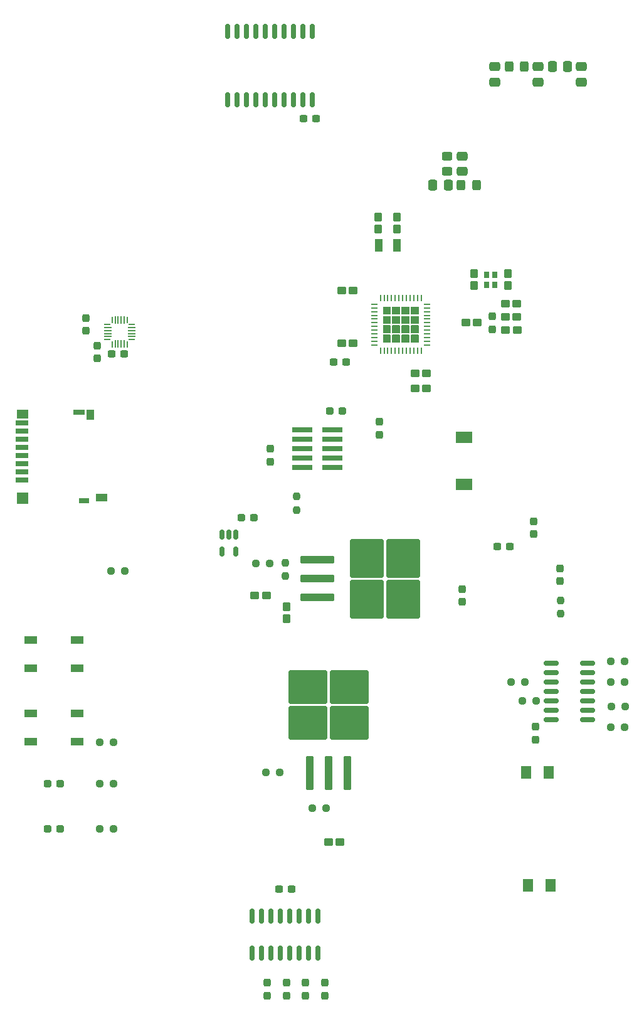
<source format=gbr>
%TF.GenerationSoftware,KiCad,Pcbnew,8.0.1*%
%TF.CreationDate,2024-04-14T16:22:20-07:00*%
%TF.ProjectId,ee110_alpha_board,65653131-305f-4616-9c70-68615f626f61,0.1*%
%TF.SameCoordinates,Original*%
%TF.FileFunction,Paste,Top*%
%TF.FilePolarity,Positive*%
%FSLAX46Y46*%
G04 Gerber Fmt 4.6, Leading zero omitted, Abs format (unit mm)*
G04 Created by KiCad (PCBNEW 8.0.1) date 2024-04-14 16:22:20*
%MOMM*%
%LPD*%
G01*
G04 APERTURE LIST*
G04 Aperture macros list*
%AMRoundRect*
0 Rectangle with rounded corners*
0 $1 Rounding radius*
0 $2 $3 $4 $5 $6 $7 $8 $9 X,Y pos of 4 corners*
0 Add a 4 corners polygon primitive as box body*
4,1,4,$2,$3,$4,$5,$6,$7,$8,$9,$2,$3,0*
0 Add four circle primitives for the rounded corners*
1,1,$1+$1,$2,$3*
1,1,$1+$1,$4,$5*
1,1,$1+$1,$6,$7*
1,1,$1+$1,$8,$9*
0 Add four rect primitives between the rounded corners*
20,1,$1+$1,$2,$3,$4,$5,0*
20,1,$1+$1,$4,$5,$6,$7,0*
20,1,$1+$1,$6,$7,$8,$9,0*
20,1,$1+$1,$8,$9,$2,$3,0*%
G04 Aperture macros list end*
%ADD10C,0.000000*%
%ADD11RoundRect,0.150000X0.825000X0.150000X-0.825000X0.150000X-0.825000X-0.150000X0.825000X-0.150000X0*%
%ADD12RoundRect,0.250000X-0.475000X0.337500X-0.475000X-0.337500X0.475000X-0.337500X0.475000X0.337500X0*%
%ADD13RoundRect,0.237500X-0.250000X-0.237500X0.250000X-0.237500X0.250000X0.237500X-0.250000X0.237500X0*%
%ADD14RoundRect,0.250001X0.462499X0.624999X-0.462499X0.624999X-0.462499X-0.624999X0.462499X-0.624999X0*%
%ADD15RoundRect,0.250000X0.375000X0.275000X-0.375000X0.275000X-0.375000X-0.275000X0.375000X-0.275000X0*%
%ADD16RoundRect,0.237500X-0.237500X0.300000X-0.237500X-0.300000X0.237500X-0.300000X0.237500X0.300000X0*%
%ADD17RoundRect,0.250000X-0.275000X0.375000X-0.275000X-0.375000X0.275000X-0.375000X0.275000X0.375000X0*%
%ADD18RoundRect,0.237500X-0.300000X-0.237500X0.300000X-0.237500X0.300000X0.237500X-0.300000X0.237500X0*%
%ADD19RoundRect,0.050000X-0.050000X0.400000X-0.050000X-0.400000X0.050000X-0.400000X0.050000X0.400000X0*%
%ADD20RoundRect,0.050000X-0.050000X0.437500X-0.050000X-0.437500X0.050000X-0.437500X0.050000X0.437500X0*%
%ADD21RoundRect,0.050000X-0.400000X-0.050000X0.400000X-0.050000X0.400000X0.050000X-0.400000X0.050000X0*%
%ADD22RoundRect,0.050000X-0.437500X0.050000X-0.437500X-0.050000X0.437500X-0.050000X0.437500X0.050000X0*%
%ADD23RoundRect,0.150000X-0.150000X0.850000X-0.150000X-0.850000X0.150000X-0.850000X0.150000X0.850000X0*%
%ADD24RoundRect,0.250000X0.275000X-0.375000X0.275000X0.375000X-0.275000X0.375000X-0.275000X-0.375000X0*%
%ADD25RoundRect,0.237500X-0.237500X0.287500X-0.237500X-0.287500X0.237500X-0.287500X0.237500X0.287500X0*%
%ADD26RoundRect,0.250000X-0.375000X-0.275000X0.375000X-0.275000X0.375000X0.275000X-0.375000X0.275000X0*%
%ADD27RoundRect,0.250000X-0.337500X-0.475000X0.337500X-0.475000X0.337500X0.475000X-0.337500X0.475000X0*%
%ADD28R,2.794000X0.762000*%
%ADD29R,0.800000X0.900000*%
%ADD30RoundRect,0.250000X0.450000X-0.325000X0.450000X0.325000X-0.450000X0.325000X-0.450000X-0.325000X0*%
%ADD31RoundRect,0.237500X0.237500X-0.287500X0.237500X0.287500X-0.237500X0.287500X-0.237500X-0.287500X0*%
%ADD32RoundRect,0.250000X-0.325000X-0.450000X0.325000X-0.450000X0.325000X0.450000X-0.325000X0.450000X0*%
%ADD33RoundRect,0.250000X-2.050000X-0.300000X2.050000X-0.300000X2.050000X0.300000X-2.050000X0.300000X0*%
%ADD34RoundRect,0.250000X-2.025000X-2.375000X2.025000X-2.375000X2.025000X2.375000X-2.025000X2.375000X0*%
%ADD35R,1.700000X1.000000*%
%ADD36RoundRect,0.237500X0.237500X-0.300000X0.237500X0.300000X-0.237500X0.300000X-0.237500X-0.300000X0*%
%ADD37RoundRect,0.250000X0.325000X0.450000X-0.325000X0.450000X-0.325000X-0.450000X0.325000X-0.450000X0*%
%ADD38RoundRect,0.237500X0.250000X0.237500X-0.250000X0.237500X-0.250000X-0.237500X0.250000X-0.237500X0*%
%ADD39RoundRect,0.237500X0.237500X-0.250000X0.237500X0.250000X-0.237500X0.250000X-0.237500X-0.250000X0*%
%ADD40RoundRect,0.237500X-0.287500X-0.237500X0.287500X-0.237500X0.287500X0.237500X-0.287500X0.237500X0*%
%ADD41R,0.240000X0.899998*%
%ADD42R,0.899998X0.240000*%
%ADD43R,1.000000X1.800000*%
%ADD44RoundRect,0.237500X0.300000X0.237500X-0.300000X0.237500X-0.300000X-0.237500X0.300000X-0.237500X0*%
%ADD45RoundRect,0.150000X-0.150000X0.825000X-0.150000X-0.825000X0.150000X-0.825000X0.150000X0.825000X0*%
%ADD46RoundRect,0.237500X-0.237500X0.250000X-0.237500X-0.250000X0.237500X-0.250000X0.237500X0.250000X0*%
%ADD47RoundRect,0.250000X0.337500X0.475000X-0.337500X0.475000X-0.337500X-0.475000X0.337500X-0.475000X0*%
%ADD48RoundRect,0.237500X0.287500X0.237500X-0.287500X0.237500X-0.287500X-0.237500X0.287500X-0.237500X0*%
%ADD49R,1.750000X0.700000*%
%ADD50R,1.000000X1.450000*%
%ADD51R,1.550000X1.000000*%
%ADD52R,1.500000X0.800000*%
%ADD53R,1.500000X1.300000*%
%ADD54R,1.500000X1.500000*%
%ADD55R,1.400000X0.800000*%
%ADD56RoundRect,0.250000X0.300000X-2.050000X0.300000X2.050000X-0.300000X2.050000X-0.300000X-2.050000X0*%
%ADD57RoundRect,0.250000X2.375000X-2.025000X2.375000X2.025000X-2.375000X2.025000X-2.375000X-2.025000X0*%
%ADD58RoundRect,0.250000X0.475000X-0.337500X0.475000X0.337500X-0.475000X0.337500X-0.475000X-0.337500X0*%
%ADD59R,2.200000X1.500000*%
%ADD60RoundRect,0.150000X-0.150000X0.512500X-0.150000X-0.512500X0.150000X-0.512500X0.150000X0.512500X0*%
G04 APERTURE END LIST*
D10*
%TO.C,U4*%
G36*
X93988001Y-83990000D02*
G01*
X93988001Y-84950000D01*
X93938001Y-85000000D01*
X92978001Y-85000000D01*
X92928001Y-84950000D01*
X92928001Y-83990000D01*
X92978001Y-83940000D01*
X93938001Y-83940000D01*
X93988001Y-83990000D01*
G37*
G36*
X93988001Y-85250000D02*
G01*
X93988001Y-86210000D01*
X93938001Y-86260000D01*
X92978001Y-86260000D01*
X92928001Y-86210000D01*
X92928001Y-85250000D01*
X92978001Y-85200000D01*
X93938001Y-85200000D01*
X93988001Y-85250000D01*
G37*
G36*
X93988001Y-86510000D02*
G01*
X93988001Y-87470000D01*
X93938001Y-87520000D01*
X92978001Y-87520000D01*
X92928001Y-87470000D01*
X92928001Y-86510000D01*
X92978001Y-86460000D01*
X93938001Y-86460000D01*
X93988001Y-86510000D01*
G37*
G36*
X93988001Y-87770000D02*
G01*
X93988001Y-88730000D01*
X93938001Y-88780000D01*
X92978001Y-88780000D01*
X92928001Y-88730000D01*
X92928001Y-87770000D01*
X92978001Y-87720000D01*
X93938001Y-87720000D01*
X93988001Y-87770000D01*
G37*
G36*
X95248001Y-83990000D02*
G01*
X95248001Y-84950000D01*
X95198001Y-85000000D01*
X94238001Y-85000000D01*
X94188001Y-84950000D01*
X94188001Y-83990000D01*
X94238001Y-83940000D01*
X95198001Y-83940000D01*
X95248001Y-83990000D01*
G37*
G36*
X95248001Y-85250000D02*
G01*
X95248001Y-86210000D01*
X95198001Y-86260000D01*
X94238001Y-86260000D01*
X94188001Y-86210000D01*
X94188001Y-85250000D01*
X94238001Y-85200000D01*
X95198001Y-85200000D01*
X95248001Y-85250000D01*
G37*
G36*
X95248001Y-86510000D02*
G01*
X95248001Y-87470000D01*
X95198001Y-87520000D01*
X94238001Y-87520000D01*
X94188001Y-87470000D01*
X94188001Y-86510000D01*
X94238001Y-86460000D01*
X95198001Y-86460000D01*
X95248001Y-86510000D01*
G37*
G36*
X95248001Y-87770000D02*
G01*
X95248001Y-88730000D01*
X95198001Y-88780000D01*
X94238001Y-88780000D01*
X94188001Y-88730000D01*
X94188001Y-87770000D01*
X94238001Y-87720000D01*
X95198001Y-87720000D01*
X95248001Y-87770000D01*
G37*
G36*
X96508001Y-83990000D02*
G01*
X96508001Y-84950000D01*
X96458001Y-85000000D01*
X95498001Y-85000000D01*
X95448001Y-84950000D01*
X95448001Y-83990000D01*
X95498001Y-83940000D01*
X96458001Y-83940000D01*
X96508001Y-83990000D01*
G37*
G36*
X96508001Y-85250000D02*
G01*
X96508001Y-86210000D01*
X96458001Y-86260000D01*
X95498001Y-86260000D01*
X95448001Y-86210000D01*
X95448001Y-85250000D01*
X95498001Y-85200000D01*
X96458001Y-85200000D01*
X96508001Y-85250000D01*
G37*
G36*
X96508001Y-86510000D02*
G01*
X96508001Y-87470000D01*
X96458001Y-87520000D01*
X95498001Y-87520000D01*
X95448001Y-87470000D01*
X95448001Y-86510000D01*
X95498001Y-86460000D01*
X96458001Y-86460000D01*
X96508001Y-86510000D01*
G37*
G36*
X96508001Y-87770000D02*
G01*
X96508001Y-88730000D01*
X96458001Y-88780000D01*
X95498001Y-88780000D01*
X95448001Y-88730000D01*
X95448001Y-87770000D01*
X95498001Y-87720000D01*
X96458001Y-87720000D01*
X96508001Y-87770000D01*
G37*
G36*
X97768001Y-83990000D02*
G01*
X97768001Y-84950000D01*
X97718001Y-85000000D01*
X96758001Y-85000000D01*
X96708001Y-84950000D01*
X96708001Y-83990000D01*
X96758001Y-83940000D01*
X97718001Y-83940000D01*
X97768001Y-83990000D01*
G37*
G36*
X97768001Y-85250000D02*
G01*
X97768001Y-86210000D01*
X97718001Y-86260000D01*
X96758001Y-86260000D01*
X96708001Y-86210000D01*
X96708001Y-85250000D01*
X96758001Y-85200000D01*
X97718001Y-85200000D01*
X97768001Y-85250000D01*
G37*
G36*
X97768001Y-86510000D02*
G01*
X97768001Y-87470000D01*
X97718001Y-87520000D01*
X96758001Y-87520000D01*
X96708001Y-87470000D01*
X96708001Y-86510000D01*
X96758001Y-86460000D01*
X97718001Y-86460000D01*
X97768001Y-86510000D01*
G37*
G36*
X97768001Y-87770000D02*
G01*
X97768001Y-88730000D01*
X97718001Y-88780000D01*
X96758001Y-88780000D01*
X96708001Y-88730000D01*
X96708001Y-87770000D01*
X96758001Y-87720000D01*
X97718001Y-87720000D01*
X97768001Y-87770000D01*
G37*
%TD*%
D11*
%TO.C,U8*%
X120585000Y-139700000D03*
X120585000Y-138430000D03*
X120585000Y-137160000D03*
X120585000Y-135890000D03*
X120585000Y-134620000D03*
X120585000Y-133350000D03*
X120585000Y-132080000D03*
X115635000Y-132080000D03*
X115635000Y-133350000D03*
X115635000Y-134620000D03*
X115635000Y-135890000D03*
X115635000Y-137160000D03*
X115635000Y-138430000D03*
X115635000Y-139700000D03*
%TD*%
D12*
%TO.C,C17*%
X108077000Y-51540500D03*
X108077000Y-53615500D03*
%TD*%
D13*
%TO.C,R10*%
X110262000Y-134632500D03*
X112087000Y-134632500D03*
%TD*%
%TO.C,R15*%
X123787000Y-137934500D03*
X125612000Y-137934500D03*
%TD*%
D14*
%TO.C,D10*%
X115279500Y-146812000D03*
X112304500Y-146812000D03*
%TD*%
D15*
%TO.C,C1*%
X87160000Y-156210000D03*
X85560000Y-156210000D03*
%TD*%
D16*
%TO.C,C28*%
X52832000Y-85497500D03*
X52832000Y-87222500D03*
%TD*%
D17*
%TO.C,C12*%
X105262500Y-79486500D03*
X105262500Y-81086500D03*
%TD*%
D18*
%TO.C,C23*%
X108357500Y-116345000D03*
X110082500Y-116345000D03*
%TD*%
D19*
%TO.C,U9*%
X58380000Y-85726000D03*
D20*
X57980000Y-85763500D03*
X57580000Y-85763500D03*
X57180000Y-85763500D03*
X56780000Y-85763500D03*
D19*
X56380000Y-85726000D03*
D21*
X55730000Y-86376000D03*
D22*
X55767500Y-86776000D03*
X55767500Y-87176000D03*
X55767500Y-87576000D03*
X55767500Y-87976000D03*
D21*
X55730000Y-88376000D03*
D19*
X56380000Y-89026000D03*
D20*
X56780000Y-88988500D03*
X57180000Y-88988500D03*
X57580000Y-88988500D03*
X57980000Y-88988500D03*
D19*
X58380000Y-89026000D03*
D21*
X59030000Y-88376000D03*
D22*
X58992500Y-87976000D03*
X58992500Y-87576000D03*
X58992500Y-87176000D03*
X58992500Y-86776000D03*
D21*
X59030000Y-86376000D03*
%TD*%
D23*
%TO.C,U6*%
X83439000Y-46810000D03*
X82169000Y-46810000D03*
X80899000Y-46810000D03*
X79629000Y-46810000D03*
X78359000Y-46810000D03*
X77089000Y-46810000D03*
X75819000Y-46810000D03*
X74549000Y-46810000D03*
X73279000Y-46810000D03*
X72009000Y-46810000D03*
X72009000Y-56060000D03*
X73279000Y-56060000D03*
X74549000Y-56060000D03*
X75819000Y-56060000D03*
X77089000Y-56060000D03*
X78359000Y-56060000D03*
X79629000Y-56060000D03*
X80899000Y-56060000D03*
X82169000Y-56060000D03*
X83439000Y-56060000D03*
%TD*%
D15*
%TO.C,C3*%
X77209000Y-122936000D03*
X75609000Y-122936000D03*
%TD*%
D12*
%TO.C,C18*%
X113919000Y-51540500D03*
X113919000Y-53615500D03*
%TD*%
D24*
%TO.C,C21*%
X92329000Y-73444000D03*
X92329000Y-71844000D03*
%TD*%
D25*
%TO.C,D7*%
X77320000Y-175172500D03*
X77320000Y-176922500D03*
%TD*%
D12*
%TO.C,C19*%
X119761000Y-51540500D03*
X119761000Y-53615500D03*
%TD*%
D18*
%TO.C,C30*%
X82195500Y-58547000D03*
X83920500Y-58547000D03*
%TD*%
%TO.C,C27*%
X56287500Y-90297000D03*
X58012500Y-90297000D03*
%TD*%
D26*
%TO.C,C9*%
X109436000Y-85344000D03*
X111036000Y-85344000D03*
%TD*%
D27*
%TO.C,C15*%
X115802500Y-51562000D03*
X117877500Y-51562000D03*
%TD*%
D15*
%TO.C,C4*%
X88938000Y-81788000D03*
X87338000Y-81788000D03*
%TD*%
D28*
%TO.C,J2*%
X86106000Y-105664000D03*
X82042000Y-105664000D03*
X86106000Y-104394000D03*
X82042000Y-104394000D03*
X86106000Y-103124000D03*
X82042000Y-103124000D03*
X86106000Y-101854000D03*
X82042000Y-101854000D03*
X86106000Y-100584000D03*
X82042000Y-100584000D03*
%TD*%
D29*
%TO.C,X1*%
X108034000Y-81026000D03*
X108034000Y-79626000D03*
X106934000Y-79626000D03*
X106934000Y-81026000D03*
%TD*%
D13*
%TO.C,R8*%
X54713500Y-154432000D03*
X56538500Y-154432000D03*
%TD*%
D30*
%TO.C,L5*%
X101600000Y-65668000D03*
X101600000Y-63618000D03*
%TD*%
D31*
%TO.C,L2*%
X107696000Y-86981000D03*
X107696000Y-85231000D03*
%TD*%
D32*
%TO.C,L4*%
X109973000Y-51562000D03*
X112023000Y-51562000D03*
%TD*%
D33*
%TO.C,U2*%
X84068000Y-118110000D03*
X84068000Y-120650000D03*
D34*
X90793000Y-117875000D03*
X90793000Y-123425000D03*
X95643000Y-117875000D03*
X95643000Y-123425000D03*
D33*
X84068000Y-123190000D03*
%TD*%
D35*
%TO.C,SW2*%
X45364000Y-138816000D03*
X51664000Y-138816000D03*
X45364000Y-142616000D03*
X51664000Y-142616000D03*
%TD*%
D36*
%TO.C,C24*%
X113284000Y-114654500D03*
X113284000Y-112929500D03*
%TD*%
D26*
%TO.C,C11*%
X109436000Y-83566000D03*
X111036000Y-83566000D03*
%TD*%
D17*
%TO.C,C2*%
X79938000Y-124422000D03*
X79938000Y-126022000D03*
%TD*%
D25*
%TO.C,D6*%
X79910000Y-175172500D03*
X79910000Y-176922500D03*
%TD*%
D37*
%TO.C,L3*%
X105546000Y-67564000D03*
X103496000Y-67564000D03*
%TD*%
D38*
%TO.C,R12*%
X125549000Y-134632500D03*
X123724000Y-134632500D03*
%TD*%
D16*
%TO.C,C32*%
X113538000Y-140642000D03*
X113538000Y-142367000D03*
%TD*%
D25*
%TO.C,D4*%
X85090000Y-175172500D03*
X85090000Y-176922500D03*
%TD*%
D39*
%TO.C,R3*%
X79756000Y-120292500D03*
X79756000Y-118467500D03*
%TD*%
D35*
%TO.C,SW1*%
X45364000Y-128910000D03*
X51664000Y-128910000D03*
X45364000Y-132710000D03*
X51664000Y-132710000D03*
%TD*%
D31*
%TO.C,D2*%
X92456000Y-101205000D03*
X92456000Y-99455000D03*
%TD*%
D38*
%TO.C,R2*%
X85240500Y-151638000D03*
X83415500Y-151638000D03*
%TD*%
D25*
%TO.C,D5*%
X82500000Y-175172500D03*
X82500000Y-176922500D03*
%TD*%
D16*
%TO.C,C29*%
X54356000Y-89180500D03*
X54356000Y-90905500D03*
%TD*%
D15*
%TO.C,C8*%
X98844000Y-94996000D03*
X97244000Y-94996000D03*
%TD*%
D24*
%TO.C,C16*%
X94869000Y-73444000D03*
X94869000Y-71844000D03*
%TD*%
D14*
%TO.C,D11*%
X115533500Y-162052000D03*
X112558500Y-162052000D03*
%TD*%
D13*
%TO.C,R13*%
X123724000Y-131838500D03*
X125549000Y-131838500D03*
%TD*%
D25*
%TO.C,D13*%
X77724000Y-103138000D03*
X77724000Y-104888000D03*
%TD*%
D16*
%TO.C,C25*%
X116840000Y-119279500D03*
X116840000Y-121004500D03*
%TD*%
D40*
%TO.C,D12*%
X73801000Y-112395000D03*
X75551000Y-112395000D03*
%TD*%
D41*
%TO.C,U4*%
X98098001Y-82809999D03*
X97598002Y-82809999D03*
X97098003Y-82809999D03*
X96598001Y-82809999D03*
X96098002Y-82809999D03*
X95598001Y-82809999D03*
X95098001Y-82809999D03*
X94598003Y-82809999D03*
X94098001Y-82809999D03*
X93598002Y-82809999D03*
X93098000Y-82809999D03*
X92598001Y-82809999D03*
D42*
X91798000Y-83610000D03*
X91798000Y-84109999D03*
X91798000Y-84609998D03*
X91798000Y-85110000D03*
X91798000Y-85609999D03*
X91798000Y-86110000D03*
X91798000Y-86610000D03*
X91798000Y-87109998D03*
X91798000Y-87610000D03*
X91798000Y-88109999D03*
X91798000Y-88610001D03*
X91798000Y-89110000D03*
D41*
X92598001Y-89910001D03*
X93098000Y-89910001D03*
X93598002Y-89910001D03*
X94098001Y-89910001D03*
X94598003Y-89910001D03*
X95098001Y-89910001D03*
X95598001Y-89910001D03*
X96098002Y-89910001D03*
X96598001Y-89910001D03*
X97098003Y-89910001D03*
X97598002Y-89910001D03*
X98098001Y-89910001D03*
D42*
X98898002Y-89110000D03*
X98898002Y-88610001D03*
X98898002Y-88109999D03*
X98898002Y-87610000D03*
X98898002Y-87109998D03*
X98898002Y-86610000D03*
X98898002Y-86110000D03*
X98898002Y-85609999D03*
X98898002Y-85110000D03*
X98898002Y-84609998D03*
X98898002Y-84109999D03*
X98898002Y-83610000D03*
%TD*%
D38*
%TO.C,R6*%
X77620500Y-118618000D03*
X75795500Y-118618000D03*
%TD*%
%TO.C,R4*%
X58062500Y-119634000D03*
X56237500Y-119634000D03*
%TD*%
D43*
%TO.C,X2*%
X92349000Y-75692000D03*
X94849000Y-75692000D03*
%TD*%
D15*
%TO.C,C5*%
X88938000Y-88900000D03*
X87338000Y-88900000D03*
%TD*%
D44*
%TO.C,C22*%
X87984500Y-91440000D03*
X86259500Y-91440000D03*
%TD*%
D45*
%TO.C,U5*%
X84201000Y-166181000D03*
X82931000Y-166181000D03*
X81661000Y-166181000D03*
X80391000Y-166181000D03*
X79121000Y-166181000D03*
X77851000Y-166181000D03*
X76581000Y-166181000D03*
X75311000Y-166181000D03*
X75311000Y-171131000D03*
X76581000Y-171131000D03*
X77851000Y-171131000D03*
X79121000Y-171131000D03*
X80391000Y-171131000D03*
X81661000Y-171131000D03*
X82931000Y-171131000D03*
X84201000Y-171131000D03*
%TD*%
D40*
%TO.C,D8*%
X47639000Y-148336000D03*
X49389000Y-148336000D03*
%TD*%
%TO.C,D9*%
X47639000Y-154432000D03*
X49389000Y-154432000D03*
%TD*%
D13*
%TO.C,R1*%
X54713500Y-142748000D03*
X56538500Y-142748000D03*
%TD*%
D36*
%TO.C,C26*%
X103632000Y-123798500D03*
X103632000Y-122073500D03*
%TD*%
D13*
%TO.C,R11*%
X111786000Y-137172500D03*
X113611000Y-137172500D03*
%TD*%
%TO.C,R7*%
X54713500Y-148336000D03*
X56538500Y-148336000D03*
%TD*%
D46*
%TO.C,R9*%
X116890000Y-123547500D03*
X116890000Y-125372500D03*
%TD*%
D47*
%TO.C,C20*%
X101748500Y-67564000D03*
X99673500Y-67564000D03*
%TD*%
D24*
%TO.C,C14*%
X109812000Y-81064000D03*
X109812000Y-79464000D03*
%TD*%
D15*
%TO.C,C7*%
X98844000Y-92964000D03*
X97244000Y-92964000D03*
%TD*%
D26*
%TO.C,C10*%
X109458500Y-87122000D03*
X111058500Y-87122000D03*
%TD*%
D44*
%TO.C,C31*%
X80618500Y-162560000D03*
X78893500Y-162560000D03*
%TD*%
D26*
%TO.C,C6*%
X104102000Y-86106000D03*
X105702000Y-86106000D03*
%TD*%
D48*
%TO.C,D3*%
X87489000Y-98044000D03*
X85739000Y-98044000D03*
%TD*%
D49*
%TO.C,J4*%
X44180000Y-107315000D03*
X44180000Y-106215000D03*
X44180000Y-105115000D03*
X44180000Y-104015000D03*
X44180000Y-102915000D03*
X44180000Y-101815000D03*
X44180000Y-100715000D03*
X44180000Y-99615000D03*
D50*
X53405000Y-98490000D03*
D51*
X54980000Y-109715000D03*
D52*
X51905000Y-98165000D03*
D53*
X44305000Y-98415000D03*
D54*
X44305000Y-109765000D03*
D55*
X52555000Y-110115000D03*
%TD*%
D56*
%TO.C,U1*%
X83058000Y-146842000D03*
X85598000Y-146842000D03*
D57*
X82823000Y-140117000D03*
X88373000Y-140117000D03*
X82823000Y-135267000D03*
X88373000Y-135267000D03*
D56*
X88138000Y-146842000D03*
%TD*%
D38*
%TO.C,R5*%
X78994000Y-146811000D03*
X77169000Y-146811000D03*
%TD*%
D46*
%TO.C,R16*%
X81280000Y-109554000D03*
X81280000Y-111379000D03*
%TD*%
D58*
%TO.C,C13*%
X103632000Y-65680500D03*
X103632000Y-63605500D03*
%TD*%
D38*
%TO.C,R14*%
X125549000Y-140728500D03*
X123724000Y-140728500D03*
%TD*%
D59*
%TO.C,L1*%
X103886000Y-107950000D03*
X103886000Y-101550000D03*
%TD*%
D60*
%TO.C,U3*%
X73086000Y-114686500D03*
X72136000Y-114686500D03*
X71186000Y-114686500D03*
X71186000Y-116961500D03*
X73086000Y-116961500D03*
%TD*%
M02*

</source>
